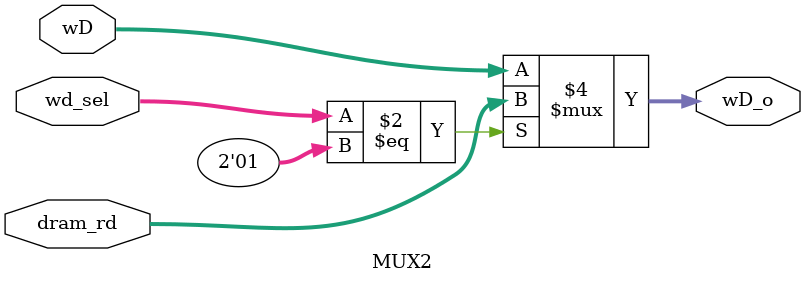
<source format=v>

module MUX2(
    input [1:0] wd_sel,
    input [31:0] dram_rd,
    input [31:0] wD,
    output reg [31:0] wD_o
    );
    
    always @ (*) begin
        if(wd_sel == 2'b01) wD_o = dram_rd;
        else                wD_o = wD;
    end
    
endmodule

</source>
